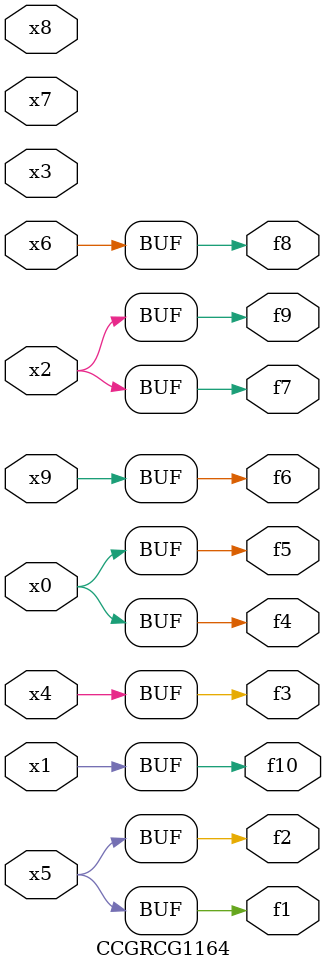
<source format=v>
module CCGRCG1164(
	input x0, x1, x2, x3, x4, x5, x6, x7, x8, x9,
	output f1, f2, f3, f4, f5, f6, f7, f8, f9, f10
);
	assign f1 = x5;
	assign f2 = x5;
	assign f3 = x4;
	assign f4 = x0;
	assign f5 = x0;
	assign f6 = x9;
	assign f7 = x2;
	assign f8 = x6;
	assign f9 = x2;
	assign f10 = x1;
endmodule

</source>
